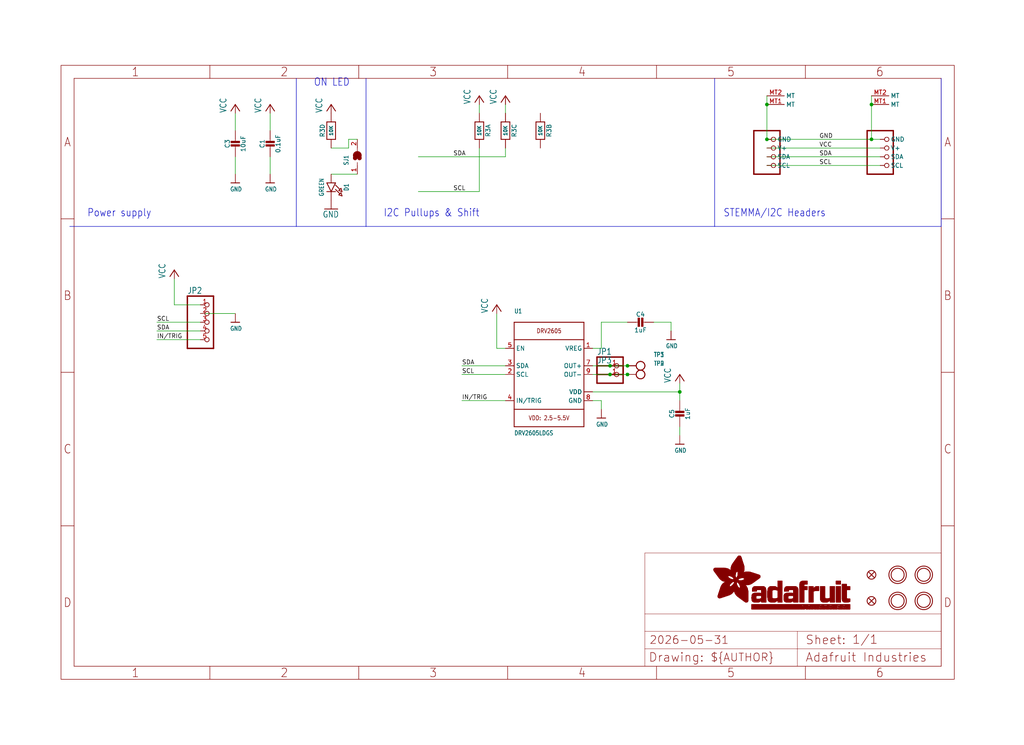
<source format=kicad_sch>
(kicad_sch (version 20230121) (generator eeschema)
  (paper "User" 298.45 217.322)
  (lib_symbols
    (symbol "working-eagle-import:CAP_CERAMIC0603_NO"
      (property "Reference" "C" (at -2.29 1.25 90))
      (symbol "CAP_CERAMIC0603_NO_1_0"
        (pin passive line (at 0 5.08 270) (length 2.54) (name "1") (number "1"))
        (pin passive line (at 0 -2.54 90) (length 2.54) (name "2") (number "2"))
      )
    )
    (symbol "working-eagle-import:CAP_CERAMIC0805-NOOUTLINE"
      (property "Reference" "C" (at -2.29 1.25 90))
      (symbol "CAP_CERAMIC0805-NOOUTLINE_1_0"
        (pin passive line (at 0 5.08 270) (length 2.54) (name "1") (number "1"))
        (pin passive line (at 0 -2.54 90) (length 2.54) (name "2") (number "2"))
      )
    )
    (symbol "working-eagle-import:DRV2605_SOP"
      (property "Reference" "U" (at -10.16 17.78 0))
      (symbol "DRV2605_SOP_1_0"
        (text "DRV2605" (at 0 12.7 0) (effects (font (size 1.27 1.0795))))
        (text "VDD: 2.5-5.5V" (at 0 -12.7 0) (effects (font (size 1.27 1.0795))))
        (pin output line (at 12.7 7.62 180) (length 2.54) (name "VREG") (number "1"))
        (pin power_in line (at 12.7 -5.08 180) (length 2.54) (name "VDD") (number "10"))
        (pin input line (at -12.7 0 0) (length 2.54) (name "SCL") (number "2"))
        (pin bidirectional line (at -12.7 2.54 0) (length 2.54) (name "SDA") (number "3"))
        (pin input line (at -12.7 -7.62 0) (length 2.54) (name "IN/TRIG") (number "4"))
        (pin input line (at -12.7 7.62 0) (length 2.54) (name "EN") (number "5"))
        (pin power_in line (at 12.7 -5.08 180) (length 2.54) (name "VDD") (number "6"))
        (pin output line (at 12.7 2.54 180) (length 2.54) (name "OUT+") (number "7"))
        (pin power_in line (at 12.7 -7.62 180) (length 2.54) (name "GND") (number "8"))
        (pin output line (at 12.7 0 180) (length 2.54) (name "OUT-") (number "9"))
      )
    )
    (symbol "working-eagle-import:FIDUCIAL_1MM")
    (symbol "working-eagle-import:FRAME_A4_ADAFRUIT"
      (symbol "FRAME_A4_ADAFRUIT_1_0"
        (text "${#}/${##}" (at 230.505 10.16 0) (effects (font (size 2.54 2.54)) (justify left bottom)))
        (text "${AUTHOR}" (at 189.23 5.08 0) (effects (font (size 2.286 2.286)) (justify left bottom)))
        (text "${CURRENT_DATE}" (at 171.45 10.16 0) (effects (font (size 2.286 2.286)) (justify left bottom)))
        (text "${PROJECTNAME}" (at 171.45 15.24 0) (effects (font (size 2.54 2.54)) (justify left bottom)))
        (text "1" (at 21.6958 1.905 0) (effects (font (size 2.54 2.286))))
        (text "1" (at 21.6958 177.165 0) (effects (font (size 2.54 2.286))))
        (text "2" (at 65.0875 1.905 0) (effects (font (size 2.54 2.286))))
        (text "2" (at 65.0875 177.165 0) (effects (font (size 2.54 2.286))))
        (text "3" (at 108.4792 1.905 0) (effects (font (size 2.54 2.286))))
        (text "3" (at 108.4792 177.165 0) (effects (font (size 2.54 2.286))))
        (text "4" (at 151.8708 1.905 0) (effects (font (size 2.54 2.286))))
        (text "4" (at 151.8708 177.165 0) (effects (font (size 2.54 2.286))))
        (text "5" (at 195.2625 1.905 0) (effects (font (size 2.54 2.286))))
        (text "5" (at 195.2625 177.165 0) (effects (font (size 2.54 2.286))))
        (text "6" (at 238.6542 1.905 0) (effects (font (size 2.54 2.286))))
        (text "6" (at 238.6542 177.165 0) (effects (font (size 2.54 2.286))))
        (text "A" (at 1.905 156.6863 0) (effects (font (size 2.54 2.286))))
        (text "A" (at 258.445 156.6863 0) (effects (font (size 2.54 2.286))))
        (text "Adafruit Industries" (at 216.916 4.953 0) (effects (font (size 2.54 2.54)) (justify left bottom)))
        (text "B" (at 1.905 111.9188 0) (effects (font (size 2.54 2.286))))
        (text "B" (at 258.445 111.9188 0) (effects (font (size 2.54 2.286))))
        (text "C" (at 1.905 67.1513 0) (effects (font (size 2.54 2.286))))
        (text "C" (at 258.445 67.1513 0) (effects (font (size 2.54 2.286))))
        (text "D" (at 1.905 22.3838 0) (effects (font (size 2.54 2.286))))
        (text "D" (at 258.445 22.3838 0) (effects (font (size 2.54 2.286))))
        (text "Drawing:" (at 171.196 4.953 0) (effects (font (size 2.54 2.54)) (justify left bottom)))
        (text "Sheet:" (at 216.916 10.033 0) (effects (font (size 2.54 2.54)) (justify left bottom)))
      )
    )
    (symbol "working-eagle-import:GND" (power)
      (property "Value" "GND" (at -1.524 -2.54 0))
      (symbol "GND_1_0"
        (pin power_in line (at 0 2.54 270) (length 2.54) (name "GND") (number "1"))
      )
    )
    (symbol "working-eagle-import:HEADER-1X1"
      (property "Reference" "JP" (at -6.35 3.175 0))
      (symbol "HEADER-1X1_1_0"
        (pin passive inverted (at -2.54 0 0) (length 2.54) (name "1") (number "1"))
      )
    )
    (symbol "working-eagle-import:HEADER-1X576MIL"
      (property "Reference" "JP" (at -6.35 8.255 0))
      (symbol "HEADER-1X576MIL_1_0"
        (pin passive inverted (at -2.54 5.08 0) (length 2.54) (name "1") (number "1"))
        (pin passive inverted (at -2.54 2.54 0) (length 2.54) (name "2") (number "2"))
        (pin passive inverted (at -2.54 0 0) (length 2.54) (name "3") (number "3"))
        (pin passive inverted (at -2.54 -2.54 0) (length 2.54) (name "4") (number "4"))
        (pin passive inverted (at -2.54 -5.08 0) (length 2.54) (name "5") (number "5"))
      )
    )
    (symbol "working-eagle-import:LED0603_NOOUTLINE"
      (property "Reference" "D" (at -1.27 4.445 0))
      (symbol "LED0603_NOOUTLINE_1_0"
        (pin passive line (at -5.08 0 0) (length 2.54) (name "A") (number "A"))
        (pin passive line (at 2.54 0 180) (length 2.54) (name "C") (number "C"))
      )
    )
    (symbol "working-eagle-import:MOUNTINGHOLE2.5")
    (symbol "working-eagle-import:RESISTOR_4PACK"
      (property "Reference" "R" (at 0 2.54 0))
      (symbol "RESISTOR_4PACK_1_0"
        (pin passive line (at -5.08 0 0) (length 2.54) (name "1") (number "1"))
        (pin passive line (at 5.08 0 180) (length 2.54) (name "2") (number "8"))
      )
      (symbol "RESISTOR_4PACK_2_0"
        (pin passive line (at -5.08 0 0) (length 2.54) (name "1") (number "2"))
        (pin passive line (at 5.08 0 180) (length 2.54) (name "2") (number "7"))
      )
      (symbol "RESISTOR_4PACK_3_0"
        (pin passive line (at -5.08 0 0) (length 2.54) (name "1") (number "3"))
        (pin passive line (at 5.08 0 180) (length 2.54) (name "2") (number "6"))
      )
      (symbol "RESISTOR_4PACK_4_0"
        (pin passive line (at -5.08 0 0) (length 2.54) (name "1") (number "4"))
        (pin passive line (at 5.08 0 180) (length 2.54) (name "2") (number "5"))
      )
    )
    (symbol "working-eagle-import:SOLDERJUMPERCLOSED"
      (property "Reference" "SJ" (at -2.54 2.54 0))
      (symbol "SOLDERJUMPERCLOSED_1_0"
        (pin passive line (at -5.08 0 0) (length 2.54) (name "1") (number "1"))
        (pin passive line (at 5.08 0 180) (length 2.54) (name "2") (number "2"))
      )
    )
    (symbol "working-eagle-import:STEMMA_I2C_QT"
      (symbol "STEMMA_I2C_QT_1_0"
        (pin passive inverted (at 0 5.08 0) (length 2.54) (name "GND") (number "1"))
        (pin passive inverted (at 0 2.54 0) (length 2.54) (name "V+") (number "2"))
        (pin passive inverted (at 0 0 0) (length 2.54) (name "SDA") (number "3"))
        (pin passive inverted (at 0 -2.54 0) (length 2.54) (name "SCL") (number "4"))
      )
      (symbol "STEMMA_I2C_QT_2_0"
        (pin bidirectional line (at 0 0 0) (length 5.08) (name "MT") (number "MT1"))
      )
      (symbol "STEMMA_I2C_QT_3_0"
        (pin bidirectional line (at 0 0 0) (length 5.08) (name "MT") (number "MT2"))
      )
    )
    (symbol "working-eagle-import:TESTPOINTPAD2MM"
      (property "Reference" "TP" (at 0 5.588 90))
      (symbol "TESTPOINTPAD2MM_1_0"
        (pin bidirectional line (at 0 0 90) (length 2.54) (name "P$1") (number "P$1"))
      )
    )
    (symbol "working-eagle-import:VCC" (power)
      (property "Value" "VCC" (at -2.54 -2.54 90))
      (symbol "VCC_1_0"
        (pin power_in line (at 0 -2.54 90) (length 2.54) (name "VCC") (number "1"))
      )
    )
    (symbol "working-eagle-import:supply1_GND" (power)
      (property "Value" "supply1_GND" (at -2.54 -2.54 0))
      (symbol "supply1_GND_1_0"
        (pin power_in line (at 0 2.54 270) (length 2.54) (name "GND") (number "1"))
      )
    )
  )
  (junction (at 223.52 30.48))
  (junction (at 223.52 40.64))
  (junction (at 182.88 106.68))
  (junction (at 198.12 114.3))
  (junction (at 177.8 106.68))
  (junction (at 177.8 109.22))
  (junction (at 182.88 109.22))
  (junction (at 254 40.64))
  (junction (at 254 30.48))
  (polyline (pts (xy 274.32 22.86) (xy 274.32 66.04)) (stroke (width 0.1524) (type solid)))
  (wire (pts (xy 254 27.94) (xy 254 30.48)) (stroke (width 0.1524)))
  (wire (pts (xy 198.12 124.46) (xy 198.12 127)) (stroke (width 0.1524)))
  (wire (pts (xy 58.42 99.06) (xy 45.72 99.06)) (stroke (width 0.1524)))
  (wire (pts (xy 68.58 45.72) (xy 68.58 50.8)) (stroke (width 0.1524)))
  (wire (pts (xy 177.8 106.68) (xy 182.88 106.68)) (stroke (width 0.1524)))
  (wire (pts (xy 147.32 101.6) (xy 144.78 101.6)) (stroke (width 0.1524)))
  (wire (pts (xy 96.52 43.18) (xy 101.6 43.18)) (stroke (width 0.1524)))
  (wire (pts (xy 78.74 45.72) (xy 78.74 50.8)) (stroke (width 0.1524)))
  (wire (pts (xy 58.42 96.52) (xy 45.72 96.52)) (stroke (width 0.1524)))
  (polyline (pts (xy 208.28 22.86) (xy 208.28 66.04)) (stroke (width 0.1524) (type solid)))
  (polyline (pts (xy 106.68 66.04) (xy 208.28 66.04)) (stroke (width 0.1524) (type solid)))
  (wire (pts (xy 50.8 88.9) (xy 50.8 81.28)) (stroke (width 0.1524)))
  (wire (pts (xy 254 30.48) (xy 254 40.64)) (stroke (width 0.1524)))
  (wire (pts (xy 147.32 43.18) (xy 147.32 45.72)) (stroke (width 0.1524)))
  (wire (pts (xy 172.72 114.3) (xy 198.12 114.3)) (stroke (width 0.1524)))
  (wire (pts (xy 139.7 30.48) (xy 139.7 33.02)) (stroke (width 0.1524)))
  (wire (pts (xy 223.52 43.18) (xy 256.54 43.18)) (stroke (width 0.1524)))
  (wire (pts (xy 175.26 101.6) (xy 175.26 93.98)) (stroke (width 0.1524)))
  (polyline (pts (xy 86.36 66.04) (xy 106.68 66.04)) (stroke (width 0.1524) (type solid)))
  (wire (pts (xy 58.42 93.98) (xy 45.72 93.98)) (stroke (width 0.1524)))
  (wire (pts (xy 198.12 114.3) (xy 198.12 116.84)) (stroke (width 0.1524)))
  (polyline (pts (xy 208.28 66.04) (xy 274.32 66.04)) (stroke (width 0.1524) (type solid)))
  (wire (pts (xy 68.58 33.02) (xy 68.58 38.1)) (stroke (width 0.1524)))
  (wire (pts (xy 177.8 109.22) (xy 182.88 109.22)) (stroke (width 0.1524)))
  (wire (pts (xy 139.7 55.88) (xy 121.92 55.88)) (stroke (width 0.1524)))
  (wire (pts (xy 78.74 33.02) (xy 78.74 38.1)) (stroke (width 0.1524)))
  (wire (pts (xy 172.72 106.68) (xy 177.8 106.68)) (stroke (width 0.1524)))
  (polyline (pts (xy 86.36 22.86) (xy 86.36 66.04)) (stroke (width 0.1524) (type solid)))
  (wire (pts (xy 172.72 116.84) (xy 175.26 116.84)) (stroke (width 0.1524)))
  (wire (pts (xy 147.32 116.84) (xy 134.62 116.84)) (stroke (width 0.1524)))
  (wire (pts (xy 198.12 114.3) (xy 198.12 111.76)) (stroke (width 0.1524)))
  (wire (pts (xy 175.26 93.98) (xy 182.88 93.98)) (stroke (width 0.1524)))
  (wire (pts (xy 256.54 45.72) (xy 223.52 45.72)) (stroke (width 0.1524)))
  (wire (pts (xy 223.52 48.26) (xy 256.54 48.26)) (stroke (width 0.1524)))
  (wire (pts (xy 58.42 91.44) (xy 68.58 91.44)) (stroke (width 0.1524)))
  (wire (pts (xy 190.5 93.98) (xy 195.58 93.98)) (stroke (width 0.1524)))
  (wire (pts (xy 223.52 30.48) (xy 223.52 40.64)) (stroke (width 0.1524)))
  (wire (pts (xy 101.6 40.64) (xy 104.14 40.64)) (stroke (width 0.1524)))
  (wire (pts (xy 147.32 33.02) (xy 147.32 30.48)) (stroke (width 0.1524)))
  (wire (pts (xy 195.58 93.98) (xy 195.58 96.52)) (stroke (width 0.1524)))
  (wire (pts (xy 172.72 101.6) (xy 175.26 101.6)) (stroke (width 0.1524)))
  (wire (pts (xy 101.6 43.18) (xy 101.6 40.64)) (stroke (width 0.1524)))
  (polyline (pts (xy 106.68 22.86) (xy 106.68 66.04)) (stroke (width 0.1524) (type solid)))
  (wire (pts (xy 175.26 116.84) (xy 175.26 119.38)) (stroke (width 0.1524)))
  (wire (pts (xy 223.52 27.94) (xy 223.52 30.48)) (stroke (width 0.1524)))
  (wire (pts (xy 144.78 101.6) (xy 144.78 91.44)) (stroke (width 0.1524)))
  (polyline (pts (xy 20.32 66.04) (xy 86.36 66.04)) (stroke (width 0.1524) (type solid)))
  (wire (pts (xy 256.54 40.64) (xy 254 40.64)) (stroke (width 0.1524)))
  (wire (pts (xy 139.7 43.18) (xy 139.7 55.88)) (stroke (width 0.1524)))
  (wire (pts (xy 147.32 45.72) (xy 121.92 45.72)) (stroke (width 0.1524)))
  (wire (pts (xy 172.72 109.22) (xy 177.8 109.22)) (stroke (width 0.1524)))
  (wire (pts (xy 147.32 106.68) (xy 134.62 106.68)) (stroke (width 0.1524)))
  (wire (pts (xy 96.52 50.8) (xy 104.14 50.8)) (stroke (width 0.1524)))
  (wire (pts (xy 147.32 109.22) (xy 134.62 109.22)) (stroke (width 0.1524)))
  (wire (pts (xy 254 40.64) (xy 223.52 40.64)) (stroke (width 0.1524)))
  (wire (pts (xy 58.42 88.9) (xy 50.8 88.9)) (stroke (width 0.1524)))
  (text "ON LED" (at 91.44 25.4 0) (effects (font (size 2.1844 1.8567)) (justify left bottom)))
  (text "STEMMA/I2C Headers" (at 210.82 63.5 0) (effects (font (size 2.1844 1.8567)) (justify left bottom)))
  (text "Power supply" (at 25.4 63.5 0) (effects (font (size 2.1844 1.8567)) (justify left bottom)))
  (text "I2C Pullups & Shift" (at 111.76 63.5 0) (effects (font (size 2.1844 1.8567)) (justify left bottom)))
  (label "IN/TRIG" (at 45.72 99.06 0) (effects (font (size 1.2446 1.2446))))
  (label "VCC" (at 238.76 43.18 0) (effects (font (size 1.2446 1.2446))))
  (label "SCL" (at 238.76 48.26 0) (effects (font (size 1.2446 1.2446))))
  (label "IN/TRIG" (at 134.62 116.84 0) (effects (font (size 1.2446 1.2446))))
  (label "SCL" (at 132.08 55.88 0) (effects (font (size 1.2446 1.2446))))
  (label "SDA" (at 45.72 96.52 0) (effects (font (size 1.2446 1.2446))))
  (label "GND" (at 238.76 40.64 0) (effects (font (size 1.2446 1.2446))))
  (label "SCL" (at 45.72 93.98 0) (effects (font (size 1.2446 1.2446))))
  (label "SDA" (at 238.76 45.72 0) (effects (font (size 1.2446 1.2446))))
  (label "SDA" (at 134.62 106.68 0) (effects (font (size 1.2446 1.2446))))
  (label "SDA" (at 132.08 45.72 0) (effects (font (size 1.2446 1.2446))))
  (label "SCL" (at 134.62 109.22 0) (effects (font (size 1.2446 1.2446))))
  (symbol (lib_id "working-eagle-import:STEMMA_I2C_QT") (at 223.52 27.94 0) (unit 3)
    (property "Reference" "CONN3" (effects hide))
    (property "Value" "STEMMA_I2C_QT" (effects hide))
    (property "Footprint" "working:JST_SH4" (effects hide))
  )
  (symbol (lib_id "working-eagle-import:VCC") (at 50.8 78.74 0) (unit 1)
    (property "Reference" "#P+4" (effects hide))
    (property "Value" "VCC" (at 48.26 81.28 90) (effects (font (size 1.778 1.5113)) (justify left bottom)))
  )
  (symbol (lib_id "working-eagle-import:CAP_CERAMIC0603_NO") (at 198.12 121.92 0) (unit 1)
    (property "Reference" "C5" (at 195.83 120.67 90))
    (property "Value" "1uF" (at 200.42 120.67 90))
    (property "Footprint" "working:0603-NO" (effects hide))
  )
  (symbol (lib_id "working-eagle-import:supply1_GND") (at 96.52 60.96 0) (unit 1)
    (property "Reference" "#GND6" (effects hide))
    (property "Value" "GND" (at 93.98 63.5 0) (effects (font (size 1.778 1.5113)) (justify left bottom)))
  )
  (symbol (lib_id "working-eagle-import:GND") (at 68.58 93.98 0) (unit 1)
    (property "Reference" "#U$10" (effects hide))
    (property "Value" "GND" (at 67.056 96.52 0) (effects (font (size 1.27 1.0795)) (justify left bottom)))
  )
  (symbol (lib_id "working-eagle-import:RESISTOR_4PACK") (at 96.52 38.1 90) (unit 4)
    (property "Reference" "R3" (at 93.98 38.1 0))
    (property "Value" "10K" (at 96.52 38.1 0) (effects (font (size 1.016 1.016) bold)))
    (property "Footprint" "working:RESPACK_4X0603" (effects hide))
  )
  (symbol (lib_id "working-eagle-import:MOUNTINGHOLE2.5") (at 261.62 167.64 0) (unit 1)
    (property "Reference" "U$17" (effects hide))
    (property "Value" "MOUNTINGHOLE2.5" (effects hide))
    (property "Footprint" "working:MOUNTINGHOLE_2.5_PLATED" (effects hide))
  )
  (symbol (lib_id "working-eagle-import:SOLDERJUMPERCLOSED") (at 104.14 45.72 90) (unit 1)
    (property "Reference" "SJ1" (at 101.6 48.26 0) (effects (font (size 1.27 1.0795)) (justify left bottom)))
    (property "Value" "SOLDERJUMPERCLOSED" (effects hide))
    (property "Footprint" "working:SOLDERJUMPER_CLOSEDWIRE" (effects hide))
  )
  (symbol (lib_id "working-eagle-import:STEMMA_I2C_QT") (at 254 30.48 0) (unit 2)
    (property "Reference" "CONN4" (effects hide))
    (property "Value" "STEMMA_I2C_QT" (effects hide))
    (property "Footprint" "working:JST_SH4" (effects hide))
  )
  (symbol (lib_id "working-eagle-import:FIDUCIAL_1MM") (at 254 175.26 0) (unit 1)
    (property "Reference" "FID3" (effects hide))
    (property "Value" "FIDUCIAL_1MM" (effects hide))
    (property "Footprint" "working:FIDUCIAL_1MM" (effects hide))
  )
  (symbol (lib_id "working-eagle-import:HEADER-1X1") (at 180.34 109.22 0) (unit 1)
    (property "Reference" "JP3" (at 173.99 106.045 0) (effects (font (size 1.778 1.5113)) (justify left bottom)))
    (property "Value" "HEADER-1X1" (effects hide))
    (property "Footprint" "working:1X01_OVAL" (effects hide))
  )
  (symbol (lib_id "working-eagle-import:CAP_CERAMIC0805-NOOUTLINE") (at 68.58 43.18 0) (unit 1)
    (property "Reference" "C3" (at 66.29 41.93 90))
    (property "Value" "10uF" (at 70.88 41.93 90))
    (property "Footprint" "working:0805-NO" (effects hide))
  )
  (symbol (lib_id "working-eagle-import:STEMMA_I2C_QT") (at 256.54 45.72 0) (unit 1)
    (property "Reference" "CONN4" (effects hide))
    (property "Value" "STEMMA_I2C_QT" (effects hide))
    (property "Footprint" "working:JST_SH4" (effects hide))
  )
  (symbol (lib_id "working-eagle-import:STEMMA_I2C_QT") (at 223.52 30.48 0) (unit 2)
    (property "Reference" "CONN3" (effects hide))
    (property "Value" "STEMMA_I2C_QT" (effects hide))
    (property "Footprint" "working:JST_SH4" (effects hide))
  )
  (symbol (lib_id "working-eagle-import:HEADER-1X576MIL") (at 60.96 93.98 0) (unit 1)
    (property "Reference" "JP2" (at 54.61 85.725 0) (effects (font (size 1.778 1.5113)) (justify left bottom)))
    (property "Value" "HEADER-1X576MIL" (effects hide))
    (property "Footprint" "working:1X05_ROUND_76" (effects hide))
  )
  (symbol (lib_id "working-eagle-import:CAP_CERAMIC0603_NO") (at 78.74 43.18 0) (unit 1)
    (property "Reference" "C1" (at 76.45 41.93 90))
    (property "Value" "0.1uF" (at 81.04 41.93 90))
    (property "Footprint" "working:0603-NO" (effects hide))
  )
  (symbol (lib_id "working-eagle-import:LED0603_NOOUTLINE") (at 96.52 55.88 270) (unit 1)
    (property "Reference" "D1" (at 100.965 54.61 0) (effects (font (size 1.27 1.0795))))
    (property "Value" "GREEN" (at 93.726 54.61 0) (effects (font (size 1.27 1.0795))))
    (property "Footprint" "working:CHIPLED_0603_NOOUTLINE" (effects hide))
  )
  (symbol (lib_id "working-eagle-import:GND") (at 198.12 129.54 0) (unit 1)
    (property "Reference" "#U$20" (effects hide))
    (property "Value" "GND" (at 196.596 132.08 0) (effects (font (size 1.27 1.0795)) (justify left bottom)))
  )
  (symbol (lib_id "working-eagle-import:GND") (at 78.74 53.34 0) (unit 1)
    (property "Reference" "#U$6" (effects hide))
    (property "Value" "GND" (at 77.216 55.88 0) (effects (font (size 1.27 1.0795)) (justify left bottom)))
  )
  (symbol (lib_id "working-eagle-import:MOUNTINGHOLE2.5") (at 269.24 167.64 0) (unit 1)
    (property "Reference" "U$19" (effects hide))
    (property "Value" "MOUNTINGHOLE2.5" (effects hide))
    (property "Footprint" "working:MOUNTINGHOLE_2.5_PLATED" (effects hide))
  )
  (symbol (lib_id "working-eagle-import:VCC") (at 144.78 88.9 0) (unit 1)
    (property "Reference" "#P+8" (effects hide))
    (property "Value" "VCC" (at 142.24 91.44 90) (effects (font (size 1.778 1.5113)) (justify left bottom)))
  )
  (symbol (lib_id "working-eagle-import:RESISTOR_4PACK") (at 147.32 38.1 270) (unit 3)
    (property "Reference" "R3" (at 149.86 38.1 0))
    (property "Value" "10K" (at 147.32 38.1 0) (effects (font (size 1.016 1.016) bold)))
    (property "Footprint" "working:RESPACK_4X0603" (effects hide))
  )
  (symbol (lib_id "working-eagle-import:RESISTOR_4PACK") (at 157.48 38.1 270) (unit 2)
    (property "Reference" "R3" (at 160.02 38.1 0))
    (property "Value" "10K" (at 157.48 38.1 0) (effects (font (size 1.016 1.016) bold)))
    (property "Footprint" "working:RESPACK_4X0603" (effects hide))
  )
  (symbol (lib_id "working-eagle-import:FIDUCIAL_1MM") (at 254 167.64 0) (unit 1)
    (property "Reference" "FID4" (effects hide))
    (property "Value" "FIDUCIAL_1MM" (effects hide))
    (property "Footprint" "working:FIDUCIAL_1MM" (effects hide))
  )
  (symbol (lib_id "working-eagle-import:VCC") (at 68.58 30.48 0) (unit 1)
    (property "Reference" "#P+3" (effects hide))
    (property "Value" "VCC" (at 66.04 33.02 90) (effects (font (size 1.778 1.5113)) (justify left bottom)))
  )
  (symbol (lib_id "working-eagle-import:VCC") (at 78.74 30.48 0) (unit 1)
    (property "Reference" "#P+5" (effects hide))
    (property "Value" "VCC" (at 76.2 33.02 90) (effects (font (size 1.778 1.5113)) (justify left bottom)))
  )
  (symbol (lib_id "working-eagle-import:GND") (at 175.26 121.92 0) (unit 1)
    (property "Reference" "#U$8" (effects hide))
    (property "Value" "GND" (at 173.736 124.46 0) (effects (font (size 1.27 1.0795)) (justify left bottom)))
  )
  (symbol (lib_id "working-eagle-import:STEMMA_I2C_QT") (at 254 27.94 0) (unit 3)
    (property "Reference" "CONN4" (effects hide))
    (property "Value" "STEMMA_I2C_QT" (effects hide))
    (property "Footprint" "working:JST_SH4" (effects hide))
  )
  (symbol (lib_id "working-eagle-import:TESTPOINTPAD2MM") (at 182.88 109.22 270) (unit 1)
    (property "Reference" "TP4" (at 190.5 106.68 90) (effects (font (size 1.27 1.0795)) (justify left bottom)))
    (property "Value" "TESTPOINTPAD2MM" (effects hide))
    (property "Footprint" "working:TESTPOINT_PAD_2MM" (effects hide))
  )
  (symbol (lib_id "working-eagle-import:VCC") (at 147.32 27.94 0) (unit 1)
    (property "Reference" "#P+2" (effects hide))
    (property "Value" "VCC" (at 144.78 30.48 90) (effects (font (size 1.778 1.5113)) (justify left bottom)))
  )
  (symbol (lib_id "working-eagle-import:MOUNTINGHOLE2.5") (at 261.62 175.26 0) (unit 1)
    (property "Reference" "U$1" (effects hide))
    (property "Value" "MOUNTINGHOLE2.5" (effects hide))
    (property "Footprint" "working:MOUNTINGHOLE_2.5_PLATED" (effects hide))
  )
  (symbol (lib_id "working-eagle-import:CAP_CERAMIC0603_NO") (at 185.42 93.98 270) (unit 1)
    (property "Reference" "C4" (at 186.67 91.69 90))
    (property "Value" "1uF" (at 186.67 96.28 90))
    (property "Footprint" "working:0603-NO" (effects hide))
  )
  (symbol (lib_id "working-eagle-import:VCC") (at 198.12 109.22 0) (unit 1)
    (property "Reference" "#P+7" (effects hide))
    (property "Value" "VCC" (at 195.58 111.76 90) (effects (font (size 1.778 1.5113)) (justify left bottom)))
  )
  (symbol (lib_id "working-eagle-import:STEMMA_I2C_QT") (at 223.52 45.72 0) (unit 1)
    (property "Reference" "CONN3" (effects hide))
    (property "Value" "STEMMA_I2C_QT" (effects hide))
    (property "Footprint" "working:JST_SH4" (effects hide))
  )
  (symbol (lib_id "working-eagle-import:MOUNTINGHOLE2.5") (at 269.24 175.26 0) (unit 1)
    (property "Reference" "U$21" (effects hide))
    (property "Value" "MOUNTINGHOLE2.5" (effects hide))
    (property "Footprint" "working:MOUNTINGHOLE_2.5_PLATED" (effects hide))
  )
  (symbol (lib_id "working-eagle-import:TESTPOINTPAD2MM") (at 182.88 106.68 270) (unit 1)
    (property "Reference" "TP3" (at 190.5 104.14 90) (effects (font (size 1.27 1.0795)) (justify left bottom)))
    (property "Value" "TESTPOINTPAD2MM" (effects hide))
    (property "Footprint" "working:TESTPOINT_PAD_2MM" (effects hide))
  )
  (symbol (lib_id "working-eagle-import:HEADER-1X1") (at 180.34 106.68 0) (unit 1)
    (property "Reference" "JP1" (at 173.99 103.505 0) (effects (font (size 1.778 1.5113)) (justify left bottom)))
    (property "Value" "HEADER-1X1" (effects hide))
    (property "Footprint" "working:1X01_OVAL" (effects hide))
  )
  (symbol (lib_id "working-eagle-import:FRAME_A4_ADAFRUIT") (at 17.78 198.12 0) (unit 1)
    (property "Reference" "#U$18" (effects hide))
    (property "Value" "FRAME_A4_ADAFRUIT" (effects hide))
  )
  (symbol (lib_id "working-eagle-import:TESTPOINTPAD2MM") (at 182.88 106.68 270) (unit 1)
    (property "Reference" "TP1" (at 190.5 104.14 90) (effects (font (size 1.27 1.0795)) (justify left bottom)))
    (property "Value" "TESTPOINTPAD2MM" (effects hide))
    (property "Footprint" "working:TESTPOINT_PAD_2MM" (effects hide))
  )
  (symbol (lib_id "working-eagle-import:RESISTOR_4PACK") (at 139.7 38.1 270) (unit 1)
    (property "Reference" "R3" (at 142.24 38.1 0))
    (property "Value" "10K" (at 139.7 38.1 0) (effects (font (size 1.016 1.016) bold)))
    (property "Footprint" "working:RESPACK_4X0603" (effects hide))
  )
  (symbol (lib_id "working-eagle-import:VCC") (at 96.52 30.48 0) (unit 1)
    (property "Reference" "#P+6" (effects hide))
    (property "Value" "VCC" (at 93.98 33.02 90) (effects (font (size 1.778 1.5113)) (justify left bottom)))
  )
  (symbol (lib_id "working-eagle-import:GND") (at 195.58 99.06 0) (unit 1)
    (property "Reference" "#U$12" (effects hide))
    (property "Value" "GND" (at 194.056 101.6 0) (effects (font (size 1.27 1.0795)) (justify left bottom)))
  )
  (symbol (lib_id "working-eagle-import:TESTPOINTPAD2MM") (at 182.88 109.22 270) (unit 1)
    (property "Reference" "TP2" (at 190.5 106.68 90) (effects (font (size 1.27 1.0795)) (justify left bottom)))
    (property "Value" "TESTPOINTPAD2MM" (effects hide))
    (property "Footprint" "working:TESTPOINT_PAD_2MM" (effects hide))
  )
  (symbol (lib_id "working-eagle-import:GND") (at 68.58 53.34 0) (unit 1)
    (property "Reference" "#U$5" (effects hide))
    (property "Value" "GND" (at 67.056 55.88 0) (effects (font (size 1.27 1.0795)) (justify left bottom)))
  )
  (symbol (lib_id "working-eagle-import:DRV2605_SOP") (at 160.02 109.22 0) (unit 1)
    (property "Reference" "U1" (at 149.86 91.44 0) (effects (font (size 1.27 1.0795)) (justify left bottom)))
    (property "Value" "DRV2605LDGS" (at 149.86 127 0) (effects (font (size 1.27 1.0795)) (justify left bottom)))
    (property "Footprint" "working:PSOP10" (effects hide))
  )
  (symbol (lib_id "working-eagle-import:VCC") (at 139.7 27.94 0) (unit 1)
    (property "Reference" "#P+1" (effects hide))
    (property "Value" "VCC" (at 137.16 30.48 90) (effects (font (size 1.778 1.5113)) (justify left bottom)))
  )
)
</source>
